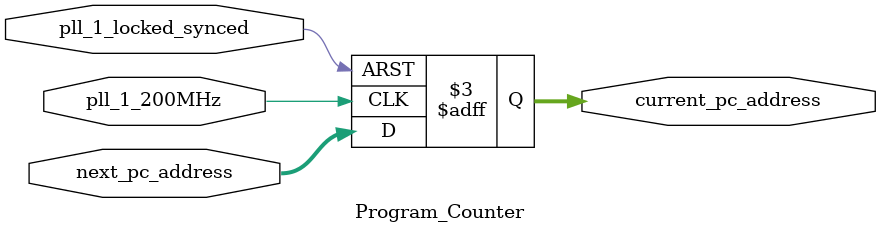
<source format=v>
module Program_Counter (
    input wire pll_1_200MHz,
    input wire pll_1_locked_synced,
    input wire [31:0] next_pc_address,

    output reg [31:0] current_pc_address
);


always @(posedge pll_1_200MHz or negedge pll_1_locked_synced) begin
    if (pll_1_locked_synced == 1'b0) begin
        current_pc_address <= 32'd0;
    end
    else begin
        current_pc_address <= next_pc_address;
    end
end

endmodule

</source>
